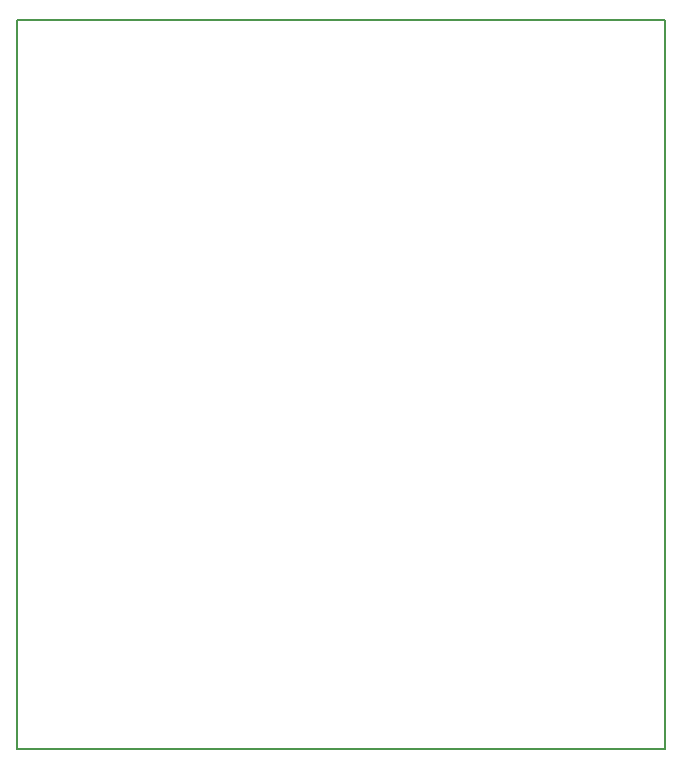
<source format=gm1>
G04 MADE WITH FRITZING*
G04 WWW.FRITZING.ORG*
G04 DOUBLE SIDED*
G04 HOLES PLATED*
G04 CONTOUR ON CENTER OF CONTOUR VECTOR*
%ASAXBY*%
%FSLAX23Y23*%
%MOIN*%
%OFA0B0*%
%SFA1.0B1.0*%
%ADD10R,2.164920X2.440780*%
%ADD11C,0.008000*%
%ADD10C,0.008*%
%LNCONTOUR*%
G90*
G70*
G54D10*
G54D11*
X4Y2437D02*
X2161Y2437D01*
X2161Y4D01*
X4Y4D01*
X4Y2437D01*
D02*
G04 End of contour*
M02*
</source>
